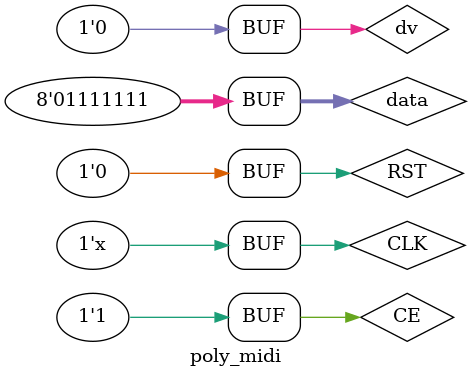
<source format=v>
`timescale 1ns / 1ps

module poly_midi;

reg CLK, CE, RST, dv;
reg [7:0] data;

wire note_off_out;
wire note_on_out;

wire [6:0] note_num_out;
wire [6:0] note_vel_out;
wire [6:0] program_out;

wire [6:0] note_num_0_out;
wire [6:0] note_num_1_out;
wire [6:0] note_num_2_out;
wire [6:0] note_num_3_out;

wire [6:0] note_vel_0_out;
wire [6:0] note_vel_1_out;
wire [6:0] note_vel_2_out;
wire [6:0] note_vel_3_out;

initial begin
    CLK = 0;
    CE = 0;
    RST = 1;
    data = 0;
    dv = 0;
end

always #1 CLK = ~CLK;

midi interprter(
    .CLK(CLK),
    .CE(CE),
    .RST(RST),
    .CHANNEL(4'd0),
    .DATA(data),
    .DV(dv),
    .NOTE_NUM(note_num_out),
    .NOTE_VEL(note_vel_out),
    .PROGRAM(program_out),
    .NOTE_ON_OUT(note_on_out),
    .NOTE_OFF_OUT(note_off_out)
);

polyphony poly(
    .CLK(CLK),
    .CE(CE),
    .RST(RST),
    .NOTE_NUM(note_num_out),
    .NOTE_VEL(note_vel_out),
    .NOTE_ON(note_on_out),
    .NOTE_OFF(note_off_out),
    .NOTE_NUM_0(note_num_0_out),
    .NOTE_NUM_1(note_num_1_out),
    .NOTE_NUM_2(note_num_2_out),
    .NOTE_NUM_3(note_num_3_out),
    .NOTE_VEL_0(note_vel_0_out),
    .NOTE_VEL_1(note_vel_1_out),
    .NOTE_VEL_2(note_vel_2_out),
    .NOTE_VEL_3(note_vel_3_out)
);

initial begin
CE = 1;
#5 RST <= 0;

//note on 0
#4 data <= 8'h90;
   dv <= 1'd1;
#2 dv <= 1'd0;

#4 data <= 8'd10;
    dv <= 1'd1;
#2  dv <= 1'd0;

#4 data <= 8'd127;
    dv <= 1'd1;
#2  dv <= 1'd0;


//note on 1
#4 data <= 8'h90;
   dv <= 1'd1;
#2 dv <= 1'd0;

#4 data <= 8'd11;
    dv <= 1'd1;
#2  dv <= 1'd0;

#4 data <= 8'd127;
    dv <= 1'd1;
#2  dv <= 1'd0;

//note on 2
#4 data <= 8'h90;
   dv <= 1'd1;
#2 dv <= 1'd0;

#4 data <= 8'd12;
    dv <= 1'd1;
#2  dv <= 1'd0;

#4 data <= 8'd127;
    dv <= 1'd1;
#2  dv <= 1'd0;

//note on 3
#4 data <= 8'h90;
   dv <= 1'd1;
#2 dv <= 1'd0;

#4 data <= 8'd13;
    dv <= 1'd1;
#2  dv <= 1'd0;

#4 data <= 8'd127;
    dv <= 1'd1;
#2  dv <= 1'd0;

//note on out of range
#4 data <= 8'h90;
   dv <= 1'd1;
#2 dv <= 1'd0;

#4 data <= 8'd15;
    dv <= 1'd1;
#2  dv <= 1'd0;

#4 data <= 8'd127;
    dv <= 1'd1;
#2  dv <= 1'd0;


//Note 0 off
#6 data <= 8'h80;
   dv <= 1'd1;
#2 dv <= 1'd0;

#4 data <= 8'd10;
    dv <= 1'd1;
#2  dv <= 1'd0;

#4 data <= 8'd127;
    dv <= 1'd1;
#2  dv <= 1'd0;


//Note 0 on
#4 data <= 8'h90;
   dv <= 1'd1;
#2 dv <= 1'd0;

#4 data <= 8'd14;
    dv <= 1'd1;
#2  dv <= 1'd0;

#4 data <= 8'd127;
    dv <= 1'd1;
#2  dv <= 1'd0;



end


endmodule

</source>
